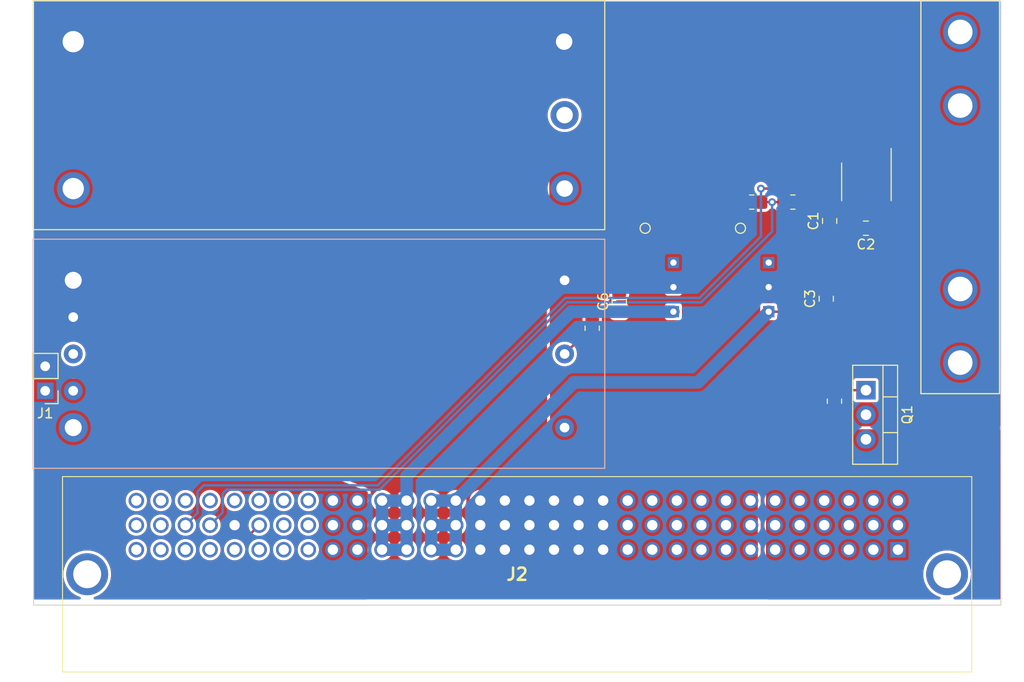
<source format=kicad_pcb>
(kicad_pcb (version 20221018) (generator pcbnew)
  (layers (0 "F.Cu" signal) (31 "B.Cu" signal) (34 "B.Paste" user) (35 "F.Paste" user) (36 "B.SilkS" user "B.Silkscreen") (37 "F.SilkS" user "F.Silkscreen") (38 "B.Mask" user) (39 "F.Mask" user) (44 "Edge.Cuts" user))
  (net 0 "")
  (net 1 "/V_POWER")
  (net 2 "+24V")
  (net 3 "/VBATT")
  (net 4 "Net-(20A1-1)")
  (net 5 "+12V")
  (net 6 "+5V")
  (net 7 "+3.3V")
  (net 8 "12V_Jetson")
  (net 19 "SW2")
  (net 20 "SW1")
  (net 21 "SDA")
  (net 22 "SCL")
  (net 30 "Net-(INPT_CRRNT_SNSR1-FILTER)")
  (net 34 "Net-(U2-ON{slash}OFF)")
  (net 35 "DAT1")
  (net 36 "DAT2")
  (footprint "Custom:1.25__FUSECLIPS" (layer "F.Cu") (at 245.9 69.3 90)
    (fp_text reference "20A1" hide)
    (fp_text value "Fuse")
    (fp_line (start -20.32 -4.064) (end 20.32 -4.064) (stroke (width 0.127)) (layer "F.SilkS"))
    (fp_line (start -20.32 4.064) (end -20.32 -4.064) (stroke (width 0.127)) (layer "F.SilkS"))
    (fp_line (start 20.32 -4.064) (end 20.32 4.064) (stroke (width 0.127)) (layer "F.SilkS"))
    (fp_line (start 20.32 4.064) (end -20.32 4.064) (stroke (width 0.127)) (layer "F.SilkS"))
    (pad "P$1" thru_hole circle (at -17.1069 0 90) (size 3.556 3.556) (drill 2.54) (layers "*.Cu" "*.Mask") (net 4 "Net-(20A1-1)"))
    (pad "P$1" thru_hole circle (at -9.4869 0 90) (size 3.556 3.556) (drill 2.54) (layers "*.Cu" "*.Mask") (net 4 "Net-(20A1-1)"))
    (pad "P$2" thru_hole circle (at 9.4869 0 90) (size 3.556 3.556) (drill 2.54) (layers "*.Cu" "*.Mask") (net 3 "/VBATT"))
    (pad "P$2" thru_hole circle (at 17.1069 0 90) (size 3.556 3.556) (drill 2.54) (layers "*.Cu" "*.Mask") (net 3 "/VBATT"))
  )
  (footprint "Custom:240W_CONV" (layer "F.Cu") (at 205 68.4 90)
    (fp_text reference "U1" hide)
    (fp_text value "~" hide)
    (fp_rect (start -4.25 -54.95) (end 19.45 4.15) (stroke (width 0.12)) (fill none) (layer "F.SilkS"))
    (pad "1" thru_hole circle (at 0 0 90) (size 2.9 2.9) (drill 1.7) (layers "*.Cu" "*.Mask") (net 1 "/V_POWER"))
    (pad "2" thru_hole circle (at 7.6 0 90) (size 2.9 2.9) (drill 1.7) (layers "*.Cu" "*.Mask"))
    (pad "3" thru_hole circle (at 15.2 -0.0508 90) (size 2.9 2.9) (drill 1.7) (layers "*.Cu" "*.Mask") (net 20 "SW1"))
    (pad "4" thru_hole circle (at 15.2 -50.8 90) (size 3.4 3.4) (drill 2.2) (layers "*.Cu" "*.Mask") (net 20 "SW1"))
    (pad "8" thru_hole circle (at 0 -50.8 90) (size 3.4 3.4) (drill 2.2) (layers "*.Cu" "*.Mask") (net 5 "+12V"))
  )
  (footprint "Capacitor_SMD:C_0805_2012Metric_Pad1.18x1.45mm_HandSolder" (layer "F.Cu") (at 232.4 71.75 90)
    (fp_text reference "C1" (at 0 -1.68 90) (layer "F.SilkS"))
    (fp_text value "47n")
    (fp_line (start -0.261252 -0.735) (end 0.261252 -0.735) (stroke (width 0.12)) (layer "F.SilkS"))
    (fp_line (start -0.261252 0.735) (end 0.261252 0.735) (stroke (width 0.12)) (layer "F.SilkS"))
    (pad "1" smd roundrect (at -1.0375 0 90) (size 1.175 1.45) (layers "F.Cu" "F.Paste" "F.Mask") (roundrect_rratio 0.212766) (net 30 "Net-(INPT_CRRNT_SNSR1-FILTER)"))
    (pad "2" smd roundrect (at 1.0375 0 90) (size 1.175 1.45) (layers "F.Cu" "F.Paste" "F.Mask") (roundrect_rratio 0.212766) (net 20 "SW1"))
  )
  (footprint "Package_SO:SOIC-8_3.9x4.9mm_P1.27mm" (layer "F.Cu") (at 236.2 67.7 -90)
    (fp_text reference "INPT_CRRNT_SNSR1" hide)
    (fp_text value "TMCS1101A4B")
    (fp_line (start 0 -2.56) (end -3.45 -2.56) (stroke (width 0.12)) (layer "F.SilkS"))
    (fp_line (start 0 -2.56) (end 1.95 -2.56) (stroke (width 0.12)) (layer "F.SilkS"))
    (fp_line (start 0 2.56) (end -1.95 2.56) (stroke (width 0.12)) (layer "F.SilkS"))
    (fp_line (start 0 2.56) (end 1.95 2.56) (stroke (width 0.12)) (layer "F.SilkS"))
    (pad "1" smd roundrect (at -2.475 -1.905 270) (size 1.95 0.6) (layers "F.Cu" "F.Paste" "F.Mask") (net 3 "/VBATT"))
    (pad "1" smd roundrect (at -2.475 -0.635 270) (size 1.95 0.6) (layers "F.Cu" "F.Paste" "F.Mask") (net 3 "/VBATT"))
    (pad "3" smd roundrect (at -2.475 0.635 270) (size 1.95 0.6) (layers "F.Cu" "F.Paste" "F.Mask") (net 1 "/V_POWER"))
    (pad "3" smd roundrect (at -2.475 1.905 270) (size 1.95 0.6) (layers "F.Cu" "F.Paste" "F.Mask") (net 1 "/V_POWER"))
    (pad "5" smd roundrect (at 2.475 1.905 270) (size 1.95 0.6) (layers "F.Cu" "F.Paste" "F.Mask") (net 20 "SW1"))
    (pad "6" smd roundrect (at 2.475 0.635 270) (size 1.95 0.6) (layers "F.Cu" "F.Paste" "F.Mask") (net 30 "Net-(INPT_CRRNT_SNSR1-FILTER)"))
    (pad "7" smd roundrect (at 2.475 -0.635 270) (size 1.95 0.6) (layers "F.Cu" "F.Paste" "F.Mask") (net 36 "DAT2"))
    (pad "8" smd roundrect (at 2.475 -1.905 270) (size 1.95 0.6) (layers "F.Cu" "F.Paste" "F.Mask") (net 6 "+5V"))
  )
  (footprint "Capacitor_SMD:C_0805_2012Metric_Pad1.18x1.45mm_HandSolder" (layer "F.Cu") (at 236.15 72.5 180)
    (fp_text reference "C2" (at 0 -1.68) (layer "F.SilkS"))
    (fp_text value "0.1u")
    (fp_line (start -0.261252 -0.735) (end 0.261252 -0.735) (stroke (width 0.12)) (layer "F.SilkS"))
    (fp_line (start -0.261252 0.735) (end 0.261252 0.735) (stroke (width 0.12)) (layer "F.SilkS"))
    (pad "1" smd roundrect (at -1.0375 0 180) (size 1.175 1.45) (layers "F.Cu" "F.Paste" "F.Mask") (roundrect_rratio 0.212766) (net 6 "+5V"))
    (pad "2" smd roundrect (at 1.0375 0 180) (size 1.175 1.45) (layers "F.Cu" "F.Paste" "F.Mask") (roundrect_rratio 0.212766) (net 20 "SW1"))
  )
  (footprint "Package_TO_SOT_THT:TO-220-3_Vertical" (layer "F.Cu") (at 236.155 89.26 -90)
    (fp_text reference "Q1" (at 2.54 -4.27 90) (layer "F.SilkS"))
    (fp_text value "FQPF27P06")
    (fp_line (start -2.58 -3.27) (end -2.58 1.371) (stroke (width 0.12)) (layer "F.SilkS"))
    (fp_line (start -2.58 -3.27) (end 7.66 -3.27) (stroke (width 0.12)) (layer "F.SilkS"))
    (fp_line (start -2.58 -1.76) (end 7.66 -1.76) (stroke (width 0.12)) (layer "F.SilkS"))
    (fp_line (start -2.58 1.371) (end 7.66 1.371) (stroke (width 0.12)) (layer "F.SilkS"))
    (fp_line (start 0.69 -3.27) (end 0.69 -1.76) (stroke (width 0.12)) (layer "F.SilkS"))
    (fp_line (start 4.391 -3.27) (end 4.391 -1.76) (stroke (width 0.12)) (layer "F.SilkS"))
    (fp_line (start 7.66 -3.27) (end 7.66 1.371) (stroke (width 0.12)) (layer "F.SilkS"))
    (pad "1" thru_hole rect (at 0 0 270) (size 1.905 2) (drill 1.1) (layers "*.Cu" "*.Mask") (net 19 "SW2"))
    (pad "2" thru_hole oval (at 2.54 0 270) (size 1.905 2) (drill 1.1) (layers "*.Cu" "*.Mask") (net 4 "Net-(20A1-1)"))
    (pad "3" thru_hole oval (at 5.08 0 270) (size 1.905 2) (drill 1.1) (layers "*.Cu" "*.Mask") (net 2 "+24V"))
  )
  (footprint "Resistor_SMD:R_0805_2012Metric_Pad1.20x1.40mm_HandSolder" (layer "F.Cu") (at 224.35 69.8)
    (fp_text reference "VDIV1(R)1" hide)
    (fp_text value "90kO")
    (fp_line (start -0.227064 -0.735) (end 0.227064 -0.735) (stroke (width 0.12)) (layer "F.SilkS"))
    (fp_line (start -0.227064 0.735) (end 0.227064 0.735) (stroke (width 0.12)) (layer "F.SilkS"))
    (pad "1" smd roundrect (at -1 0) (size 1.2 1.4) (layers "F.Cu" "F.Paste" "F.Mask") (roundrect_rratio 0.208333) (net 1 "/V_POWER"))
    (pad "2" smd roundrect (at 1 0) (size 1.2 1.4) (layers "F.Cu" "F.Paste" "F.Mask") (roundrect_rratio 0.208333) (net 35 "DAT1"))
  )
  (footprint "Custom:6509475" (layer "F.Cu") (at 239.462617 105.762442)
    (fp_text reference "J2" (at -39.37 2.545) (layer "F.SilkS") (effects (font (size 1.27 1.27) (thickness 0.254))))
    (fp_text value "~" hide)
    (fp_line (start -86.37 -7.56) (end 7.63 -7.56) (stroke (width 0.1)) (layer "F.SilkS"))
    (fp_line (start -86.37 12.65) (end -86.37 -7.56) (stroke (width 0.1)) (layer "F.SilkS"))
    (fp_line (start 7.63 -7.56) (end 7.63 12.65) (stroke (width 0.1)) (layer "F.SilkS"))
    (fp_line (start 7.63 12.65) (end -86.37 12.65) (stroke (width 0.1)) (layer "F.SilkS"))
    (pad "A1" thru_hole rect (at 0 0) (size 1.605 1.605) (drill 1.07) (layers "*.Cu" "*.Mask") (net 2 "+24V"))
    (pad "A2" thru_hole circle (at -2.54 0) (size 1.605 1.605) (drill 1.07) (layers "*.Cu" "*.Mask") (net 2 "+24V"))
    (pad "A3" thru_hole circle (at -5.08 0) (size 1.605 1.605) (drill 1.07) (layers "*.Cu" "*.Mask") (net 2 "+24V"))
    (pad "A4" thru_hole circle (at -7.62 0) (size 1.605 1.605) (drill 1.07) (layers "*.Cu" "*.Mask") (net 2 "+24V"))
    (pad "A5" thru_hole circle (at -10.16 0) (size 1.605 1.605) (drill 1.07) (layers "*.Cu" "*.Mask") (net 2 "+24V"))
    (pad "A6" thru_hole circle (at -12.7 0) (size 1.605 1.605) (drill 1.07) (layers "*.Cu" "*.Mask") (net 2 "+24V"))
    (pad "A7" thru_hole circle (at -15.24 0) (size 1.605 1.605) (drill 1.07) (layers "*.Cu" "*.Mask") (net 5 "+12V"))
    (pad "A8" thru_hole circle (at -17.78 0) (size 1.605 1.605) (drill 1.07) (layers "*.Cu" "*.Mask") (net 5 "+12V"))
    (pad "A9" thru_hole circle (at -20.32 0) (size 1.605 1.605) (drill 1.07) (layers "*.Cu" "*.Mask") (net 5 "+12V"))
    (pad "A10" thru_hole circle (at -22.86 0) (size 1.605 1.605) (drill 1.07) (layers "*.Cu" "*.Mask") (net 5 "+12V"))
    (pad "A11" thru_hole circle (at -25.4 0) (size 1.605 1.605) (drill 1.07) (layers "*.Cu" "*.Mask") (net 5 "+12V"))
    (pad "A12" thru_hole circle (at -27.94 0) (size 1.605 1.605) (drill 1.07) (layers "*.Cu" "*.Mask") (net 5 "+12V"))
    (pad "A13" thru_hole circle (at -30.48 0) (size 1.605 1.605) (drill 1.07) (layers "*.Cu" "*.Mask") (net 20 "SW1"))
    (pad "A14" thru_hole circle (at -33.02 0) (size 1.605 1.605) (drill 1.07) (layers "*.Cu" "*.Mask") (net 20 "SW1"))
    (pad "A15" thru_hole circle (at -35.56 0) (size 1.605 1.605) (drill 1.07) (layers "*.Cu" "*.Mask") (net 20 "SW1"))
    (pad "A16" thru_hole circle (at -38.1 0) (size 1.605 1.605) (drill 1.07) (layers "*.Cu" "*.Mask") (net 20 "SW1"))
    (pad "A17" thru_hole circle (at -40.64 0) (size 1.605 1.605) (drill 1.07) (layers "*.Cu" "*.Mask") (net 20 "SW1"))
    (pad "A18" thru_hole circle (at -43.18 0) (size 1.605 1.605) (drill 1.07) (layers "*.Cu" "*.Mask") (net 20 "SW1"))
    (pad "A19" thru_hole circle (at -45.72 0) (size 1.605 1.605) (drill 1.07) (layers "*.Cu" "*.Mask") (net 6 "+5V"))
    (pad "A20" thru_hole circle (at -48.26 0) (size 1.605 1.605) (drill 1.07) (layers "*.Cu" "*.Mask") (net 6 "+5V"))
    (pad "A21" thru_hole circle (at -50.8 0) (size 1.605 1.605) (drill 1.07) (layers "*.Cu" "*.Mask") (net 7 "+3.3V"))
    (pad "A22" thru_hole circle (at -53.34 0) (size 1.605 1.605) (drill 1.07) (layers "*.Cu" "*.Mask") (net 7 "+3.3V"))
    (pad "A23" thru_hole circle (at -55.88 0) (size 1.605 1.605) (drill 1.07) (layers "*.Cu" "*.Mask") (net 8 "12V_Jetson"))
    (pad "A24" thru_hole circle (at -58.42 0) (size 1.605 1.605) (drill 1.07) (layers "*.Cu" "*.Mask") (net 8 "12V_Jetson"))
    (pad "A25" thru_hole circle (at -60.96 0) (size 1.605 1.605) (drill 1.07) (layers "*.Cu" "*.Mask"))
    (pad "A26" thru_hole circle (at -63.5 0) (size 1.605 1.605) (drill 1.07) (layers "*.Cu" "*.Mask"))
    (pad "A27" thru_hole circle (at -66.04 0) (size 1.605 1.605) (drill 1.07) (layers "*.Cu" "*.Mask"))
    (pad "A28" thru_hole circle (at -68.58 0) (size 1.605 1.605) (drill 1.07) (layers "*.Cu" "*.Mask"))
    (pad "A29" thru_hole circle (at -71.12 0) (size 1.605 1.605) (drill 1.07) (layers "*.Cu" "*.Mask"))
    (pad "A30" thru_hole circle (at -73.66 0) (size 1.605 1.605) (drill 1.07) (layers "*.Cu" "*.Mask"))
    (pad "A31" thru_hole circle (at -76.2 0) (size 1.605 1.605) (drill 1.07) (layers "*.Cu" "*.Mask"))
    (pad "A32" thru_hole circle (at -78.74 0) (size 1.605 1.605) (drill 1.07) (layers "*.Cu" "*.Mask"))
    (pad "B1" thru_hole circle (at 0 -2.54) (size 1.605 1.605) (drill 1.07) (layers "*.Cu" "*.Mask") (net 2 "+24V"))
    (pad "B2" thru_hole circle (at -2.54 -2.54) (size 1.605 1.605) (drill 1.07) (layers "*.Cu" "*.Mask") (net 2 "+24V"))
    (pad "B3" thru_hole circle (at -5.08 -2.54) (size 1.605 1.605) (drill 1.07) (layers "*.Cu" "*.Mask") (net 2 "+24V"))
    (pad "B4" thru_hole circle (at -7.62 -2.54) (size 1.605 1.605) (drill 1.07) (layers "*.Cu" "*.Mask") (net 2 "+24V"))
    (pad "B5" thru_hole circle (at -10.16 -2.54) (size 1.605 1.605) (drill 1.07) (layers "*.Cu" "*.Mask") (net 2 "+24V"))
    (pad "B6" thru_hole circle (at -12.7 -2.54) (size 1.605 1.605) (drill 1.07) (layers "*.Cu" "*.Mask") (net 2 "+24V"))
    (pad "B7" thru_hole circle (at -15.24 -2.54) (size 1.605 1.605) (drill 1.07) (layers "*.Cu" "*.Mask") (net 5 "+12V"))
    (pad "B8" thru_hole circle (at -17.78 -2.54) (size 1.605 1.605) (drill 1.07) (layers "*.Cu" "*.Mask") (net 5 "+12V"))
    (pad "B9" thru_hole circle (at -20.32 -2.54) (size 1.605 1.605) (drill 1.07) (layers "*.Cu" "*.Mask") (net 5 "+12V"))
    (pad "B10" thru_hole circle (at -22.86 -2.54) (size 1.605 1.605) (drill 1.07) (layers "*.Cu" "*.Mask") (net 5 "+12V"))
    (pad "B11" thru_hole circle (at -25.4 -2.54) (size 1.605 1.605) (drill 1.07) (layers "*.Cu" "*.Mask") (net 5 "+12V"))
    (pad "B12" thru_hole circle (at -27.94 -2.54) (size 1.605 1.605) (drill 1.07) (layers "*.Cu" "*.Mask") (net 5 "+12V"))
    (pad "B13" thru_hole circle (at -30.48 -2.54) (size 1.605 1.605) (drill 1.07) (layers "*.Cu" "*.Mask") (net 20 "SW1"))
    (pad "B14" thru_hole circle (at -33.02 -2.54) (size 1.605 1.605) (drill 1.07) (layers "*.Cu" "*.Mask") (net 20 "SW1"))
    (pad "B15" thru_hole circle (at -35.56 -2.54) (size 1.605 1.605) (drill 1.07) (layers "*.Cu" "*.Mask") (net 20 "SW1"))
    (pad "B16" thru_hole circle (at -38.1 -2.54) (size 1.605 1.605) (drill 1.07) (layers "*.Cu" "*.Mask") (net 20 "SW1"))
    (pad "B17" thru_hole circle (at -40.64 -2.54) (size 1.605 1.605) (drill 1.07) (layers "*.Cu" "*.Mask") (net 20 "SW1"))
    (pad "B18" thru_hole circle (at -43.18 -2.54) (size 1.605 1.605) (drill 1.07) (layers "*.Cu" "*.Mask") (net 20 "SW1"))
    (pad "B19" thru_hole circle (at -45.72 -2.54) (size 1.605 1.605) (drill 1.07) (layers "*.Cu" "*.Mask") (net 6 "+5V"))
    (pad "B20" thru_hole circle (at -48.26 -2.54) (size 1.605 1.605) (drill 1.07) (layers "*.Cu" "*.Mask") (net 6 "+5V"))
    (pad "B21" thru_hole circle (at -50.8 -2.54) (size 1.605 1.605) (drill 1.07) (layers "*.Cu" "*.Mask") (net 7 "+3.3V"))
    (pad "B22" thru_hole circle (at -53.34 -2.54) (size 1.605 1.605) (drill 1.07) (layers "*.Cu" "*.Mask") (net 7 "+3.3V"))
    (pad "B23" thru_hole circle (at -55.88 -2.54) (size 1.605 1.605) (drill 1.07) (layers "*.Cu" "*.Mask") (net 8 "12V_Jetson"))
    (pad "B24" thru_hole circle (at -58.42 -2.54) (size 1.605 1.605) (drill 1.07) (layers "*.Cu" "*.Mask") (net 8 "12V_Jetson"))
    (pad "B25" thru_hole circle (at -60.96 -2.54) (size 1.605 1.605) (drill 1.07) (layers "*.Cu" "*.Mask"))
    (pad "B26" thru_hole circle (at -63.5 -2.54) (size 1.605 1.605) (drill 1.07) (layers "*.Cu" "*.Mask"))
    (pad "B27" thru_hole circle (at -66.04 -2.54) (size 1.605 1.605) (drill 1.07) (layers "*.Cu" "*.Mask") (net 19 "SW2"))
    (pad "B28" thru_hole circle (at -68.58 -2.54) (size 1.605 1.605) (drill 1.07) (layers "*.Cu" "*.Mask") (net 20 "SW1"))
    (pad "B29" thru_hole circle (at -71.12 -2.54) (size 1.605 1.605) (drill 1.07) (layers "*.Cu" "*.Mask") (net 35 "DAT1"))
    (pad "B30" thru_hole circle (at -73.66 -2.54) (size 1.605 1.605) (drill 1.07) (layers "*.Cu" "*.Mask") (net 36 "DAT2"))
    (pad "B31" thru_hole circle (at -76.2 -2.54) (size 1.605 1.605) (drill 1.07) (layers "*.Cu" "*.Mask") (net 21 "SDA"))
    (pad "B32" thru_hole circle (at -78.74 -2.54) (size 1.605 1.605) (drill 1.07) (layers "*.Cu" "*.Mask") (net 22 "SCL"))
    (pad "C1" thru_hole circle (at 0 -5.08) (size 1.605 1.605) (drill 1.07) (layers "*.Cu" "*.Mask") (net 2 "+24V"))
    (pad "C2" thru_hole circle (at -2.54 -5.08) (size 1.605 1.605) (drill 1.07) (layers "*.Cu" "*.Mask") (net 2 "+24V"))
    (pad "C3" thru_hole circle (at -5.08 -5.08) (size 1.605 1.605) (drill 1.07) (layers "*.Cu" "*.Mask") (net 2 "+24V"))
    (pad "C4" thru_hole circle (at -7.62 -5.08) (size 1.605 1.605) (drill 1.07) (layers "*.Cu" "*.Mask") (net 2 "+24V"))
    (pad "C5" thru_hole circle (at -10.16 -5.08) (size 1.605 1.605) (drill 1.07) (layers "*.Cu" "*.Mask") (net 2 "+24V"))
    (pad "C6" thru_hole circle (at -12.7 -5.08) (size 1.605 1.605) (drill 1.07) (layers "*.Cu" "*.Mask") (net 2 "+24V"))
    (pad "C7" thru_hole circle (at -15.24 -5.08) (size 1.605 1.605) (drill 1.07) (layers "*.Cu" "*.Mask") (net 5 "+12V"))
    (pad "C8" thru_hole circle (at -17.78 -5.08) (size 1.605 1.605) (drill 1.07) (layers "*.Cu" "*.Mask") (net 5 "+12V"))
    (pad "C9" thru_hole circle (at -20.32 -5.08) (size 1.605 1.605) (drill 1.07) (layers "*.Cu" "*.Mask") (net 5 "+12V"))
    (pad "C10" thru_hole circle (at -22.86 -5.08) (size 1.605 1.605) (drill 1.07) (layers "*.Cu" "*.Mask") (net 5 "+12V"))
    (pad "C11" thru_hole circle (at -25.4 -5.08) (size 1.605 1.605) (drill 1.07) (layers "*.Cu" "*.Mask") (net 5 "+12V"))
    (pad "C12" thru_hole circle (at -27.94 -5.08) (size 1.605 1.605) (drill 1.07) (layers "*.Cu" "*.Mask") (net 5 "+12V"))
    (pad "C13" thru_hole circle (at -30.48 -5.08) (size 1.605 1.605) (drill 1.07) (layers "*.Cu" "*.Mask") (net 20 "SW1"))
    (pad "C14" thru_hole circle (at -33.02 -5.08) (size 1.605 1.605) (drill 1.07) (layers "*.Cu" "*.Mask") (net 20 "SW1"))
    (pad "C15" thru_hole circle (at -35.56 -5.08) (size 1.605 1.605) (drill 1.07) (layers "*.Cu" "*.Mask") (net 20 "SW1"))
    (pad "C16" thru_hole circle (at -38.1 -5.08) (size 1.605 1.605) (drill 1.07) (layers "*.Cu" "*.Mask") (net 20 "SW1"))
    (pad "C17" thru_hole circle (at -40.64 -5.08) (size 1.605 1.605) (drill 1.07) (layers "*.Cu" "*.Mask") (net 20 "SW1"))
    (pad "C18" thru_hole circle (at -43.18 -5.08) (size 1.605 1.605) (drill 1.07) (layers "*.Cu" "*.Mask") (net 20 "SW1"))
    (pad "C19" thru_hole circle (at -45.72 -5.08) (size 1.605 1.605) (drill 1.07) (layers "*.Cu" "*.Mask") (net 6 "+5V"))
    (pad "C20" thru_hole circle (at -48.26 -5.08) (size 1.605 1.605) (drill 1.07) (layers "*.Cu" "*.Mask") (net 6 "+5V"))
    (pad "C21" thru_hole circle (at -50.8 -5.08) (size 1.605 1.605) (drill 1.07) (layers "*.Cu" "*.Mask") (net 7 "+3.3V"))
    (pad "C22" thru_hole circle (at -53.34 -5.08) (size 1.605 1.605) (drill 1.07) (layers "*.Cu" "*.Mask") (net 7 "+3.3V"))
    (pad "C23" thru_hole circle (at -55.88 -5.08) (size 1.605 1.605) (drill 1.07) (layers "*.Cu" "*.Mask") (net 8 "12V_Jetson"))
    (pad "C24" thru_hole circle (at -58.42 -5.08) (size 1.605 1.605) (drill 1.07) (layers "*.Cu" "*.Mask") (net 8 "12V_Jetson"))
    (pad "C25" thru_hole circle (at -60.96 -5.08) (size 1.605 1.605) (drill 1.07) (layers "*.Cu" "*.Mask"))
    (pad "C26" thru_hole circle (at -63.5 -5.08) (size 1.605 1.605) (drill 1.07) (layers "*.Cu" "*.Mask"))
    (pad "C27" thru_hole circle (at -66.04 -5.08) (size 1.605 1.605) (drill 1.07) (layers "*.Cu" "*.Mask"))
    (pad "C28" thru_hole circle (at -68.58 -5.08) (size 1.605 1.605) (drill 1.07) (layers "*.Cu" "*.Mask"))
    (pad "C29" thru_hole circle (at -71.12 -5.08) (size 1.605 1.605) (drill 1.07) (layers "*.Cu" "*.Mask"))
    (pad "C30" thru_hole circle (at -73.66 -5.08) (size 1.605 1.605) (drill 1.07) (layers "*.Cu" "*.Mask"))
    (pad "C31" thru_hole circle (at -76.2 -5.08) (size 1.605 1.605) (drill 1.07) (layers "*.Cu" "*.Mask"))
    (pad "C32" thru_hole circle (at -78.74 -5.08) (size 1.605 1.605) (drill 1.07) (layers "*.Cu" "*.Mask"))
    (pad "MH1" thru_hole circle (at 5.08 2.54) (size 4.335 4.335) (drill 2.89) (layers "*.Cu" "*.Mask"))
    (pad "MH2" thru_hole circle (at -83.82 2.54) (size 4.335 4.335) (drill 2.89) (layers "*.Cu" "*.Mask"))
  )
  (footprint "Resistor_SMD:R_0805_2012Metric_Pad1.20x1.40mm_HandSolder" (layer "F.Cu") (at 232.9 90.4 90)
    (fp_text reference "RSW1" hide)
    (fp_text value "10kO")
    (fp_line (start -0.227064 -0.735) (end 0.227064 -0.735) (stroke (width 0.12)) (layer "F.SilkS"))
    (fp_line (start -0.227064 0.735) (end 0.227064 0.735) (stroke (width 0.12)) (layer "F.SilkS"))
    (pad "1" smd roundrect (at -1 0 90) (size 1.2 1.4) (layers "F.Cu" "F.Paste" "F.Mask") (roundrect_rratio 0.208333) (net 2 "+24V"))
    (pad "2" smd roundrect (at 1 0 90) (size 1.2 1.4) (layers "F.Cu" "F.Paste" "F.Mask") (roundrect_rratio 0.208333) (net 19 "SW2"))
  )
  (footprint "Custom:TSR2" (layer "F.Cu") (at 216.25 78.6 -90)
    (fp_text reference "DC/DC_CNVRT2" hide)
    (fp_text value "TSR2-2433" hide)
    (fp_circle (center -6.096 2.921) (end -5.572366 2.921) (stroke (width 0.127)) (fill none) (layer "F.SilkS"))
    (pad "1" thru_hole rect (at -2.54 0 270) (size 1.158 1.158) (drill 0.65) (layers "*.Cu" "*.Mask") (net 1 "/V_POWER"))
    (pad "2" thru_hole rect (at 0 0 270) (size 1.158 1.158) (drill 0.65) (layers "*.Cu" "*.Mask") (net 20 "SW1"))
    (pad "3" thru_hole rect (at 2.54 0 270) (size 1.158 1.158) (drill 0.65) (layers "*.Cu" "*.Mask") (net 7 "+3.3V"))
  )
  (footprint "Custom:TSR2" (layer "F.Cu") (at 226.1 78.6 -90)
    (fp_text reference "DC/DC_CNVRT1" hide)
    (fp_text value "TSR2-2450" hide)
    (fp_circle (center -6.096 2.921) (end -5.572366 2.921) (stroke (width 0.127)) (fill none) (layer "F.SilkS"))
    (pad "1" thru_hole rect (at -2.54 0 270) (size 1.158 1.158) (drill 0.65) (layers "*.Cu" "*.Mask") (net 1 "/V_POWER"))
    (pad "2" thru_hole rect (at 0 0 270) (size 1.158 1.158) (drill 0.65) (layers "*.Cu" "*.Mask") (net 20 "SW1"))
    (pad "3" thru_hole rect (at 2.54 0 270) (size 1.158 1.158) (drill 0.65) (layers "*.Cu" "*.Mask") (net 6 "+5V"))
  )
  (footprint "Capacitor_SMD:C_0805_2012Metric_Pad1.18x1.45mm_HandSolder" (layer "F.Cu") (at 210.65 80.1 90)
    (fp_text reference "C6" (at 0 -1.68 90) (layer "F.SilkS"))
    (fp_text value "1u")
    (fp_line (start -0.261252 -0.735) (end 0.261252 -0.735) (stroke (width 0.12)) (layer "F.SilkS"))
    (fp_line (start -0.261252 0.735) (end 0.261252 0.735) (stroke (width 0.12)) (layer "F.SilkS"))
    (pad "1" smd roundrect (at -1.0375 0 90) (size 1.175 1.45) (layers "F.Cu" "F.Paste" "F.Mask") (roundrect_rratio 0.212766) (net 7 "+3.3V"))
    (pad "2" smd roundrect (at 1.0375 0 90) (size 1.175 1.45) (layers "F.Cu" "F.Paste" "F.Mask") (roundrect_rratio 0.212766) (net 20 "SW1"))
  )
  (footprint "Capacitor_SMD:C_0805_2012Metric_Pad1.18x1.45mm_HandSolder" (layer "F.Cu") (at 232.05 79.8 90)
    (fp_text reference "C3" (at 0 -1.68 90) (layer "F.SilkS"))
    (fp_text value "1u")
    (fp_line (start -0.261252 -0.735) (end 0.261252 -0.735) (stroke (width 0.12)) (layer "F.SilkS"))
    (fp_line (start -0.261252 0.735) (end 0.261252 0.735) (stroke (width 0.12)) (layer "F.SilkS"))
    (pad "1" smd roundrect (at -1.0375 0 90) (size 1.175 1.45) (layers "F.Cu" "F.Paste" "F.Mask") (roundrect_rratio 0.212766) (net 6 "+5V"))
    (pad "2" smd roundrect (at 1.0375 0 90) (size 1.175 1.45) (layers "F.Cu" "F.Paste" "F.Mask") (roundrect_rratio 0.212766) (net 20 "SW1"))
  )
  (footprint "Resistor_SMD:R_0805_2012Metric_Pad1.20x1.40mm_HandSolder" (layer "F.Cu") (at 207.85 82.85 90)
    (fp_text reference "RSW2" hide)
    (fp_text value "10kO")
    (fp_line (start -0.227064 -0.735) (end 0.227064 -0.735) (stroke (width 0.12)) (layer "F.SilkS"))
    (fp_line (start -0.227064 0.735) (end 0.227064 0.735) (stroke (width 0.12)) (layer "F.SilkS"))
    (pad "1" smd roundrect (at -1 0 90) (size 1.2 1.4) (layers "F.Cu" "F.Paste" "F.Mask") (roundrect_rratio 0.208333) (net 34 "Net-(U2-ON{slash}OFF)"))
    (pad "2" smd roundrect (at 1 0 90) (size 1.2 1.4) (layers "F.Cu" "F.Paste" "F.Mask") (roundrect_rratio 0.208333) (net 20 "SW1"))
  )
  (footprint "Connector_PinHeader_2.54mm:PinHeader_1x02_P2.54mm_Vertical" (layer "F.Cu") (at 151.3 89.325 180)
    (fp_text reference "J1" (at 0 -2.33) (layer "F.SilkS"))
    (fp_text value "Conn_01x02")
    (fp_line (start -1.33 -1.33) (end 0 -1.33) (stroke (width 0.12)) (layer "F.SilkS"))
    (fp_line (start -1.33 0) (end -1.33 -1.33) (stroke (width 0.12)) (layer "F.SilkS"))
    (fp_line (start -1.33 1.27) (end -1.33 3.87) (stroke (width 0.12)) (layer "F.SilkS"))
    (fp_line (start -1.33 1.27) (end 1.33 1.27) (stroke (width 0.12)) (layer "F.SilkS"))
    (fp_line (start -1.33 3.87) (end 1.33 3.87) (stroke (width 0.12)) (layer "F.SilkS"))
    (fp_line (start 1.33 1.27) (end 1.33 3.87) (stroke (width 0.12)) (layer "F.SilkS"))
    (pad "1" thru_hole rect (at 0 0 180) (size 1.7 1.7) (drill 1) (layers "*.Cu" "*.Mask") (net 8 "12V_Jetson"))
    (pad "2" thru_hole oval (at 0 2.54 180) (size 1.7 1.7) (drill 1) (layers "*.Cu" "*.Mask") (net 20 "SW1"))
  )
  (footprint "Resistor_SMD:R_0805_2012Metric_Pad1.20x1.40mm_HandSolder" (layer "F.Cu") (at 228.6 69.8)
    (fp_text reference "VDIV2(R)1" hide)
    (fp_text value "10kO")
    (fp_line (start -0.227064 -0.735) (end 0.227064 -0.735) (stroke (width 0.12)) (layer "F.SilkS"))
    (fp_line (start -0.227064 0.735) (end 0.227064 0.735) (stroke (width 0.12)) (layer "F.SilkS"))
    (pad "1" smd roundrect (at -1 0) (size 1.2 1.4) (layers "F.Cu" "F.Paste" "F.Mask") (roundrect_rratio 0.208333) (net 35 "DAT1"))
    (pad "2" smd roundrect (at 1 0) (size 1.2 1.4) (layers "F.Cu" "F.Paste" "F.Mask") (roundrect_rratio 0.208333) (net 20 "SW1"))
  )
  (footprint "Custom:72W_CONV" (layer "B.Cu") (at 205 77.89 -90)
    (fp_text reference "U2" hide)
    (fp_text value "~")
    (fp_rect (start -4.25 54.95) (end 19.45 -4.15) (stroke (width 0.12)) (fill none) (layer "B.SilkS"))
    (pad "1" thru_hole circle (at 15.24 0 270) (size 1.95 1.95) (drill 1) (layers "*.Cu" "*.Mask") (net 1 "/V_POWER"))
    (pad "2" thru_hole circle (at 7.62 0 270) (size 1.95 1.95) (drill 1) (layers "*.Cu" "*.Mask") (net 34 "Net-(U2-ON{slash}OFF)"))
    (pad "3" thru_hole circle (at 0 0 270) (size 1.95 1.95) (drill 1) (layers "*.Cu" "*.Mask") (net 20 "SW1"))
    (pad "4" thru_hole circle (at 0 50.8 270) (size 3 3) (drill 1.75) (layers "*.Cu" "*.Mask") (net 20 "SW1"))
    (pad "5" thru_hole circle (at 3.81 50.8 270) (size 1.95 1.95) (drill 1) (layers "*.Cu" "*.Mask") (net 20 "SW1"))
    (pad "6" thru_hole circle (at 7.62 50.8 270) (size 1.95 1.95) (drill 1) (layers "*.Cu" "*.Mask"))
    (pad "7" thru_hole circle (at 11.43 50.8 270) (size 1.95 1.95) (drill 1) (layers "*.Cu" "*.Mask") (net 8 "12V_Jetson"))
    (pad "8" thru_hole circle (at 15.24 50.8 270) (size 3 3) (drill 1.75) (layers "*.Cu" "*.Mask") (net 8 "12V_Jetson"))
  )
  (gr_rect (start 150.1 49) (end 250.1 111.5) (stroke (width 0.1)) (fill none) (layer "Edge.Cuts"))
  (segment (start 232.9 91.4) (end 232.9 93.7) (width 0.25) (layer "F.Cu") (net 2))
  (segment (start 237.1875 72.687069) (end 235.874569 74) (width 0.25) (layer "F.Cu") (net 6))
  (segment (start 235.874569 74) (end 235.6 74) (width 0.25) (layer "F.Cu") (net 6))
  (segment (start 233.75 75.85) (end 233.75 79.1375) (width 0.25) (layer "F.Cu") (net 6))
  (segment (start 238.105 71.5825) (end 238.105 70.175) (width 0.25) (layer "F.Cu") (net 6))
  (segment (start 233.75 79.1375) (end 232.05 80.8375) (width 0.25) (layer "F.Cu") (net 6))
  (segment (start 231.7475 81.14) (end 226.1 81.14) (width 0.25) (layer "F.Cu") (net 6))
  (segment (start 237.1875 72.5) (end 237.1875 72.687069) (width 0.25) (layer "F.Cu") (net 6))
  (segment (start 232.05 80.8375) (end 231.7475 81.14) (width 0.25) (layer "F.Cu") (net 6))
  (segment (start 235.6 74) (end 233.75 75.85) (width 0.25) (layer "F.Cu") (net 6))
  (segment (start 237.1875 72.5) (end 238.105 71.5825) (width 0.25) (layer "F.Cu") (net 6))
  (segment (start 226.1 81.14) (end 218.79 88.45) (width 1.3) (layer "B.Cu") (net 6))
  (segment (start 191.202617 100.682442) (end 193.742617 100.682442) (width 1.3) (layer "B.Cu") (net 6))
  (segment (start 191.202617 103.222442) (end 193.742617 103.222442) (width 1.3) (layer "B.Cu") (net 6))
  (segment (start 218.79 88.45) (end 205.95 88.45) (width 1.3) (layer "B.Cu") (net 6))
  (segment (start 205.95 88.45) (end 205.95 88.475059) (width 1.3) (layer "B.Cu") (net 6))
  (segment (start 191.202617 105.762442) (end 191.202617 100.682442) (width 1.3) (layer "B.Cu") (net 6))
  (segment (start 193.742617 105.762442) (end 191.202617 105.762442) (width 1.3) (layer "B.Cu") (net 6))
  (segment (start 193.742617 100.682442) (end 193.742617 105.762442) (width 1.3) (layer "B.Cu") (net 6))
  (segment (start 205.95 88.475059) (end 193.742617 100.682442) (width 1.3) (layer "B.Cu") (net 6))
  (segment (start 210.6525 81.14) (end 216.25 81.14) (width 0.25) (layer "F.Cu") (net 7))
  (segment (start 210.65 81.1375) (end 210.6525 81.14) (width 0.25) (layer "F.Cu") (net 7))
  (segment (start 188.662617 105.762442) (end 186.122617 105.762442) (width 1.3) (layer "B.Cu") (net 7))
  (segment (start 186.122617 100.682442) (end 188.662617 100.682442) (width 1.3) (layer "B.Cu") (net 7))
  (segment (start 186.122617 103.222442) (end 188.662617 103.222442) (width 1.3) (layer "B.Cu") (net 7))
  (segment (start 188.662617 98.142442) (end 188.662617 105.762442) (width 1.3) (layer "B.Cu") (net 7))
  (segment (start 216.25 81.14) (end 205.665059 81.14) (width 1.3) (layer "B.Cu") (net 7))
  (segment (start 205.665059 81.14) (end 188.662617 98.142442) (width 1.3) (layer "B.Cu") (net 7))
  (segment (start 186.122617 105.762442) (end 186.122617 100.682442) (width 1.3) (layer "B.Cu") (net 7))
  (segment (start 173.35 108.1) (end 224.5 108.1) (width 0.25) (layer "F.Cu") (net 19))
  (segment (start 225.4 107.2) (end 225.4 92.586827) (width 0.25) (layer "F.Cu") (net 19))
  (segment (start 228.726827 89.26) (end 236.155 89.26) (width 0.25) (layer "F.Cu") (net 19))
  (segment (start 173.422617 103.222442) (end 172.15 104.495059) (width 0.25) (layer "F.Cu") (net 19))
  (segment (start 172.15 106.9) (end 173.35 108.1) (width 0.25) (layer "F.Cu") (net 19))
  (segment (start 224.5 108.1) (end 225.4 107.2) (width 0.25) (layer "F.Cu") (net 19))
  (segment (start 225.4 92.586827) (end 228.726827 89.26) (width 0.25) (layer "F.Cu") (net 19))
  (segment (start 172.15 104.495059) (end 172.15 106.9) (width 0.25) (layer "F.Cu") (net 19))
  (segment (start 211.1125 78.6) (end 216.25 78.6) (width 0.25) (layer "F.Cu") (net 20))
  (segment (start 210.65 79.0625) (end 211.1125 78.6) (width 0.25) (layer "F.Cu") (net 20))
  (segment (start 172.205059 101.9) (end 173.9 101.9) (width 0.25) (layer "F.Cu") (net 20))
  (segment (start 231.35 71.55) (end 231.35 71.7625) (width 0.25) (layer "F.Cu") (net 20))
  (segment (start 233.7575 70.7125) (end 234.295 70.175) (width 0.25) (layer "F.Cu") (net 20))
  (segment (start 170.882617 103.222442) (end 172.205059 101.9) (width 0.25) (layer "F.Cu") (net 20))
  (segment (start 174.7 106.75) (end 175.5 107.55) (width 0.25) (layer "F.Cu") (net 20))
  (segment (start 207.85 81.85) (end 207.8625 81.85) (width 0.25) (layer "F.Cu") (net 20))
  (segment (start 175.5 107.55) (end 194.495059 107.55) (width 0.25) (layer "F.Cu") (net 20))
  (segment (start 194.495059 107.55) (end 196.282617 105.762442) (width 0.25) (layer "F.Cu") (net 20))
  (segment (start 232.25 70.7125) (end 233.7575 70.7125) (width 0.25) (layer "F.Cu") (net 20))
  (segment (start 232.4 70.7125) (end 232.1875 70.7125) (width 0.25) (layer "F.Cu") (net 20))
  (segment (start 174.7 102.7) (end 174.7 106.75) (width 0.25) (layer "F.Cu") (net 20))
  (segment (start 229.6 69.8) (end 231.35 71.55) (width 0.25) (layer "F.Cu") (net 20))
  (segment (start 173.9 101.9) (end 174.7 102.7) (width 0.25) (layer "F.Cu") (net 20))
  (segment (start 231.35 78.0625) (end 232.05 78.7625) (width 0.25) (layer "F.Cu") (net 20))
  (segment (start 232.1875 70.7125) (end 231.35 71.55) (width 0.25) (layer "F.Cu") (net 20))
  (segment (start 231.35 71.7625) (end 231.35 78.0625) (width 0.25) (layer "F.Cu") (net 20))
  (segment (start 231.8875 78.6) (end 226.1 78.6) (width 0.25) (layer "F.Cu") (net 20))
  (segment (start 234.295 71.6825) (end 234.295 70.175) (width 0.25) (layer "F.Cu") (net 20))
  (segment (start 235.1125 72.5) (end 234.295 71.6825) (width 0.25) (layer "F.Cu") (net 20))
  (segment (start 207.8625 81.85) (end 210.65 79.0625) (width 0.25) (layer "F.Cu") (net 20))
  (segment (start 232.05 78.7625) (end 231.8875 78.6) (width 0.25) (layer "F.Cu") (net 20))
  (segment (start 236.025 70.635) (end 235.565 70.175) (width 0.25) (layer "F.Cu") (net 30))
  (segment (start 236.025 73.213173) (end 236.025 70.635) (width 0.25) (layer "F.Cu") (net 30))
  (segment (start 233.0125 73.55) (end 235.688173 73.55) (width 0.25) (layer "F.Cu") (net 30))
  (segment (start 232.25 72.7875) (end 233.0125 73.55) (width 0.25) (layer "F.Cu") (net 30))
  (segment (start 235.688173 73.55) (end 236.025 73.213173) (width 0.25) (layer "F.Cu") (net 30))
  (segment (start 207.85 83.85) (end 206.66 83.85) (width 0.25) (layer "F.Cu") (net 34))
  (segment (start 206.66 83.85) (end 205 85.51) (width 0.25) (layer "F.Cu") (net 34))
  (segment (start 226.45 69.8) (end 227.6 69.8) (width 0.25) (layer "F.Cu") (net 35))
  (segment (start 225.35 69.8) (end 226.45 69.8) (width 0.25) (layer "F.Cu") (net 35))
  (via (at 226.45 69.8) (size 0.8) (drill 0.4) (layers "F.Cu" "B.Cu") (net 35))
  (segment (start 170.045058 99.554942) (end 169.65 99.95) (width 0.25) (layer "B.Cu") (net 35))
  (segment (start 219.135 80.165) (end 212.1 80.165) (width 0.25) (layer "B.Cu") (net 35))
  (segment (start 212.735 80.165) (end 205.261201 80.165) (width 0.25) (layer "B.Cu") (net 35))
  (segment (start 205.261201 80.165) (end 185.871259 99.554942) (width 0.25) (layer "B.Cu") (net 35))
  (segment (start 226.45 69.8) (end 226.45 72.85) (width 0.25) (layer "B.Cu") (net 35))
  (segment (start 169.65 99.95) (end 169.65 101.915059) (width 0.25) (layer "B.Cu") (net 35))
  (segment (start 169.65 101.915059) (end 168.342617 103.222442) (width 0.25) (layer "B.Cu") (net 35))
  (segment (start 226.45 72.85) (end 219.135 80.165) (width 0.25) (layer "B.Cu") (net 35))
  (segment (start 185.871259 99.554942) (end 170.045058 99.554942) (width 0.25) (layer "B.Cu") (net 35))
  (segment (start 236.835 69.798249) (end 236.835 70.175) (width 0.25) (layer "F.Cu") (net 36))
  (segment (start 225.4 68.4) (end 225.3 68.4) (width 0.25) (layer "F.Cu") (net 36))
  (segment (start 225.3 68.4) (end 235.436751 68.4) (width 0.25) (layer "F.Cu") (net 36))
  (segment (start 235.436751 68.4) (end 236.835 69.798249) (width 0.25) (layer "F.Cu") (net 36))
  (via (at 225.3 68.4) (size 0.8) (drill 0.4) (layers "F.Cu" "B.Cu") (net 36))
  (segment (start 218.948604 79.715) (end 225.3 73.363604) (width 0.25) (layer "B.Cu") (net 36))
  (segment (start 225.3 73.363604) (end 225.3 68.4) (width 0.25) (layer "B.Cu") (net 36))
  (segment (start 167.05 99.750001) (end 167.695059 99.104942) (width 0.25) (layer "B.Cu") (net 36))
  (segment (start 167.695059 99.104942) (end 185.684863 99.104942) (width 0.25) (layer "B.Cu") (net 36))
  (segment (start 165.802617 103.222442) (end 167.05 101.975059) (width 0.25) (layer "B.Cu") (net 36))
  (segment (start 185.684863 99.104942) (end 205.074805 79.715) (width 0.25) (layer "B.Cu") (net 36))
  (segment (start 205.074805 79.715) (end 218.948604 79.715) (width 0.25) (layer "B.Cu") (net 36))
  (segment (start 167.05 101.975059) (end 167.05 99.750001) (width 0.25) (layer "B.Cu") (net 36))
  (zone (net 2) (net_name "+24V") (layer "F.Cu") (priority 2) (connect_pads yes (clearance 0.3)) (min_thickness 0.25) (fill yes (thermal_gap 0.5) (thermal_bridge_width 0.5))
    (polygon (pts (xy 225.6 110.9) (xy 250.1 110.9) (xy 250.1 93) (xy 225.6 93)))
  )
  (zone (net 1) (net_name "/V_POWER") (layer "F.Cu") (priority 1) (connect_pads yes (clearance 0.3)) (min_thickness 0.25) (fill yes (thermal_gap 0.5) (thermal_bridge_width 0.5))
    (polygon (pts (xy 250.1 110.9) (xy 250.1 49) (xy 150.1 49) (xy 150.1 110.9)))
  )
  (zone (net 3) (net_name "/VBATT") (layer "F.Cu") (priority 4) (connect_pads yes (clearance 0.3)) (min_thickness 0.25) (fill yes (thermal_gap 0.5) (thermal_bridge_width 0.5))
    (polygon (pts (xy 236.3 73.2) (xy 250.1 73.2) (xy 250.1 49) (xy 236.3 49)))
  )
  (zone (net 8) (net_name "12V_Jetson") (layer "F.Cu") (priority 11) (connect_pads yes (clearance 0.3)) (min_thickness 0.25) (fill yes (thermal_gap 0.5) (thermal_bridge_width 0.5))
    (polygon (pts (xy 155.75 88.05) (xy 150.1 88.05) (xy 150.1 110.9) (xy 184.65 110.9) (xy 184.65 99.75)))
  )
  (zone (net 4) (net_name "Net-(20A1-1)") (layer "F.Cu") (priority 3) (connect_pads yes (clearance 0.3)) (min_thickness 0.25) (fill yes (thermal_gap 0.5) (thermal_bridge_width 0.5))
    (polygon (pts (xy 233.9 93) (xy 250.1 93) (xy 250.1 73.5) (xy 233.9 73.5)))
  )
  (zone (net 5) (net_name "+12V") (layer "F.Cu") (priority 7) (connect_pads yes (clearance 0.3)) (min_thickness 0.25) (fill yes (thermal_gap 0.5) (thermal_bridge_width 0.5))
    (polygon (pts (xy 150.099623 49.2) (xy 150.099623 111.1) (xy 225.599623 111.1) (xy 225.549623 94.9) (xy 203.2 94.9) (xy 203.05 49)))
  )
  (zone (net 20) (net_name "SW1") (layer "B.Cu") (connect_pads yes (clearance 0.3)) (min_thickness 0.25) (fill yes (thermal_gap 0.5) (thermal_bridge_width 0.5))
    (polygon (pts (xy 250 110.9) (xy 250.1 49) (xy 150.1 49) (xy 150.1 110.9)))
  )
)
</source>
